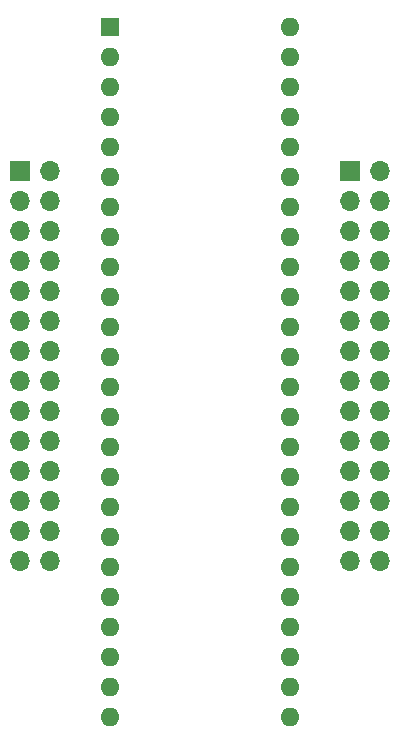
<source format=gbr>
G04 #@! TF.GenerationSoftware,KiCad,Pcbnew,7.0.6-7.0.6~ubuntu23.04.1*
G04 #@! TF.CreationDate,2023-07-23T13:01:16+01:00*
G04 #@! TF.ProjectId,WIZnet adapter,57495a6e-6574-4206-9164-61707465722e,rev?*
G04 #@! TF.SameCoordinates,Original*
G04 #@! TF.FileFunction,Soldermask,Top*
G04 #@! TF.FilePolarity,Negative*
%FSLAX46Y46*%
G04 Gerber Fmt 4.6, Leading zero omitted, Abs format (unit mm)*
G04 Created by KiCad (PCBNEW 7.0.6-7.0.6~ubuntu23.04.1) date 2023-07-23 13:01:16*
%MOMM*%
%LPD*%
G01*
G04 APERTURE LIST*
%ADD10R,1.700000X1.700000*%
%ADD11O,1.700000X1.700000*%
%ADD12R,1.600000X1.600000*%
%ADD13O,1.600000X1.600000*%
G04 APERTURE END LIST*
D10*
X108458000Y-66040000D03*
D11*
X110998000Y-66040000D03*
X108458000Y-68580000D03*
X110998000Y-68580000D03*
X108458000Y-71120000D03*
X110998000Y-71120000D03*
X108458000Y-73660000D03*
X110998000Y-73660000D03*
X108458000Y-76200000D03*
X110998000Y-76200000D03*
X108458000Y-78740000D03*
X110998000Y-78740000D03*
X108458000Y-81280000D03*
X110998000Y-81280000D03*
X108458000Y-83820000D03*
X110998000Y-83820000D03*
X108458000Y-86360000D03*
X110998000Y-86360000D03*
X108458000Y-88900000D03*
X110998000Y-88900000D03*
X108458000Y-91440000D03*
X110998000Y-91440000D03*
X108458000Y-93980000D03*
X110998000Y-93980000D03*
X108458000Y-96520000D03*
X110998000Y-96520000D03*
X108458000Y-99060000D03*
X110998000Y-99060000D03*
X138938000Y-99060000D03*
X136398000Y-99060000D03*
X138938000Y-96520000D03*
X136398000Y-96520000D03*
X138938000Y-93980000D03*
X136398000Y-93980000D03*
X138938000Y-91440000D03*
X136398000Y-91440000D03*
X138938000Y-88900000D03*
X136398000Y-88900000D03*
X138938000Y-86360000D03*
X136398000Y-86360000D03*
X138938000Y-83820000D03*
X136398000Y-83820000D03*
X138938000Y-81280000D03*
X136398000Y-81280000D03*
X138938000Y-78740000D03*
X136398000Y-78740000D03*
X138938000Y-76200000D03*
X136398000Y-76200000D03*
X138938000Y-73660000D03*
X136398000Y-73660000D03*
X138938000Y-71120000D03*
X136398000Y-71120000D03*
X138938000Y-68580000D03*
X136398000Y-68580000D03*
X138938000Y-66040000D03*
D10*
X136398000Y-66040000D03*
D12*
X116078000Y-53848000D03*
D13*
X131318000Y-112268000D03*
X116078000Y-56388000D03*
X131318000Y-109728000D03*
X116078000Y-58928000D03*
X131318000Y-107188000D03*
X116078000Y-61468000D03*
X131318000Y-104648000D03*
X116078000Y-64008000D03*
X131318000Y-102108000D03*
X116078000Y-66548000D03*
X131318000Y-99568000D03*
X116078000Y-69088000D03*
X131318000Y-97028000D03*
X116078000Y-71628000D03*
X131318000Y-94488000D03*
X116078000Y-74168000D03*
X131318000Y-91948000D03*
X116078000Y-76708000D03*
X131318000Y-89408000D03*
X116078000Y-79248000D03*
X131318000Y-86868000D03*
X116078000Y-81788000D03*
X131318000Y-84328000D03*
X116078000Y-84328000D03*
X131318000Y-81788000D03*
X116078000Y-86868000D03*
X131318000Y-79248000D03*
X116078000Y-89408000D03*
X131318000Y-76708000D03*
X116078000Y-91948000D03*
X131318000Y-74168000D03*
X116078000Y-94488000D03*
X131318000Y-71628000D03*
X116078000Y-97028000D03*
X131318000Y-69088000D03*
X116078000Y-99568000D03*
X131318000Y-66548000D03*
X116078000Y-102108000D03*
X131318000Y-64008000D03*
X116078000Y-104648000D03*
X131318000Y-61468000D03*
X116078000Y-107188000D03*
X131318000Y-58928000D03*
X116078000Y-109728000D03*
X131318000Y-56388000D03*
X116078000Y-112268000D03*
X131318000Y-53848000D03*
M02*

</source>
